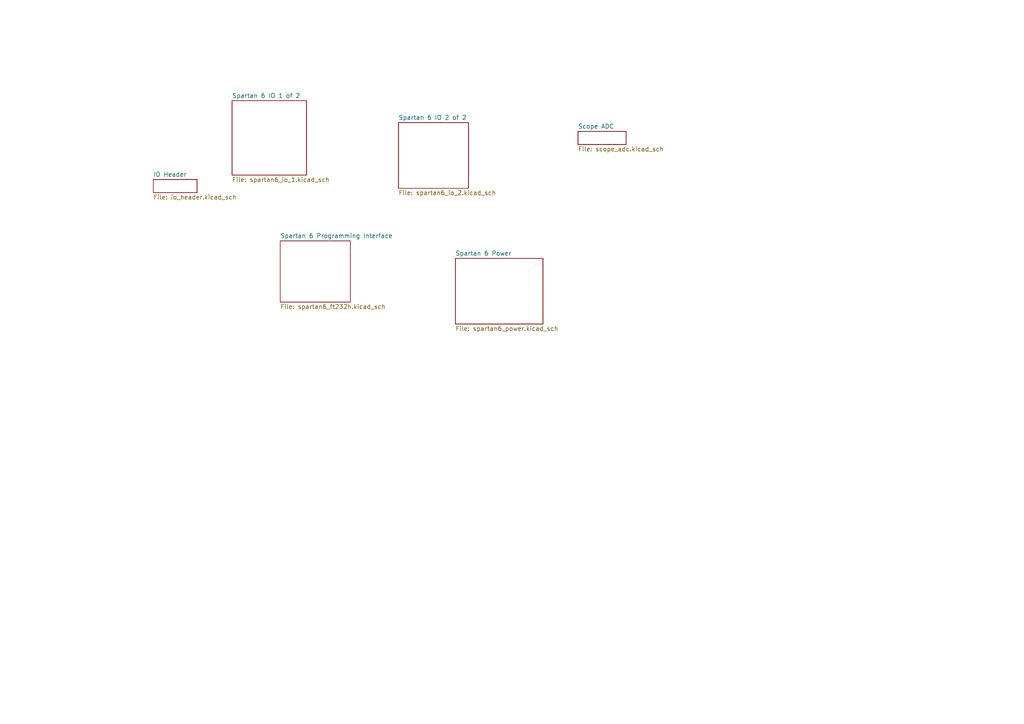
<source format=kicad_sch>
(kicad_sch (version 20230121) (generator eeschema)
  (paper "A4")
  (lib_symbols)
  (sheet (at 167.64 38.1) (size 13.97 3.81) (stroke (width 0.1524))
    (property "Sheetname" "Scope ADC" (at 167.64 37.3884 0) (effects (justify left bottom)))
    (property "Sheetfile" "scope_adc.kicad_sch" (at 167.64 42.4946 0) (effects (justify left top)))
  )
  (sheet (at 132.08 74.93) (size 25.4 19.05) (stroke (width 0.1524))
    (property "Sheetname" "Spartan 6 Power" (at 132.08 74.2184 0) (effects (justify left bottom)))
    (property "Sheetfile" "spartan6_power.kicad_sch" (at 132.08 94.5646 0) (effects (justify left top)))
  )
  (sheet (at 44.45 52.07) (size 12.7 3.81) (stroke (width 0.1524))
    (property "Sheetname" "IO Header" (at 44.45 51.3584 0) (effects (justify left bottom)))
    (property "Sheetfile" "io_header.kicad_sch" (at 44.45 56.4646 0) (effects (justify left top)))
  )
  (sheet (at 81.28 69.85) (size 20.32 17.78) (stroke (width 0.1524))
    (property "Sheetname" "Spartan 6 Programming Interface" (at 81.28 69.1384 0) (effects (justify left bottom)))
    (property "Sheetfile" "spartan6_ft232h.kicad_sch" (at 81.28 88.2146 0) (effects (justify left top)))
  )
  (sheet (at 115.57 35.56) (size 20.32 19.05) (stroke (width 0.1524))
    (property "Sheetname" "Spartan 6 IO 2 of 2" (at 115.57 34.8484 0) (effects (justify left bottom)))
    (property "Sheetfile" "spartan6_io_2.kicad_sch" (at 115.57 55.1946 0) (effects (justify left top)))
  )
  (sheet (at 67.31 29.21) (size 21.59 21.59) (stroke (width 0.1524))
    (property "Sheetname" "Spartan 6 IO 1 of 2" (at 67.31 28.4984 0) (effects (justify left bottom)))
    (property "Sheetfile" "spartan6_io_1.kicad_sch" (at 67.31 51.3846 0) (effects (justify left top)))
  )
)
</source>
